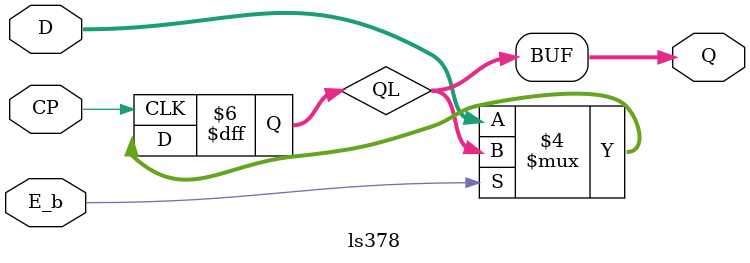
<source format=sv>
module ls378(
	output logic [5:0] Q,
	input logic [5:0] D,
	input logic E_b, CP);

	logic [5:0] QL;
	assign Q = QL;
	always_ff @(posedge CP) begin
		if(~E_b) QL <= D;
		else QL <= QL;
	end


endmodule
</source>
